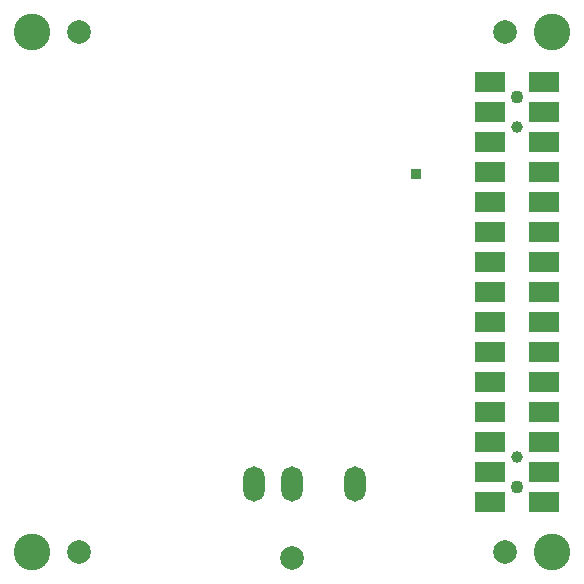
<source format=gbr>
%TF.GenerationSoftware,KiCad,Pcbnew,9.0.5-1.fc42*%
%TF.CreationDate,2025-11-07T12:43:21-08:00*%
%TF.ProjectId,adapter_relay_external,61646170-7465-4725-9f72-656c61795f65,1.0*%
%TF.SameCoordinates,Original*%
%TF.FileFunction,Soldermask,Top*%
%TF.FilePolarity,Negative*%
%FSLAX46Y46*%
G04 Gerber Fmt 4.6, Leading zero omitted, Abs format (unit mm)*
G04 Created by KiCad (PCBNEW 9.0.5-1.fc42) date 2025-11-07 12:43:21*
%MOMM*%
%LPD*%
G01*
G04 APERTURE LIST*
%ADD10R,0.850000X0.850000*%
%ADD11C,2.000000*%
%ADD12C,3.100000*%
%ADD13C,1.100000*%
%ADD14C,1.000000*%
%ADD15R,2.600000X1.700000*%
%ADD16O,1.800000X3.000000*%
G04 APERTURE END LIST*
D10*
%TO.C,J4*%
X135462500Y-115000000D03*
%TD*%
D11*
%TO.C,REF\u002A\u002A*%
X107000000Y-103000000D03*
%TD*%
%TO.C,REF\u002A\u002A*%
X107000000Y-147000000D03*
%TD*%
D12*
%TO.C,REF\u002A\u002A*%
X103000000Y-147000000D03*
%TD*%
D11*
%TO.C,REF\u002A\u002A*%
X143000000Y-103000000D03*
%TD*%
%TO.C,REF\u002A\u002A*%
X143000000Y-147000000D03*
%TD*%
D13*
%TO.C,J1*%
X144050000Y-108490000D03*
D14*
X144050000Y-111030000D03*
X144050000Y-138970000D03*
D13*
X144050000Y-141510000D03*
D15*
X146350000Y-107220000D03*
X146350000Y-109760000D03*
X146350000Y-112300000D03*
X146350000Y-114840000D03*
X146350000Y-117380000D03*
X146350000Y-119920000D03*
X146350000Y-122460000D03*
X146350000Y-125000000D03*
X146350000Y-127540000D03*
X146350000Y-130080000D03*
X146350000Y-132620000D03*
X146350000Y-135160000D03*
X146350000Y-137700000D03*
X146350000Y-140240000D03*
X146350000Y-142780000D03*
X141750000Y-107220000D03*
X141750000Y-109760000D03*
X141750000Y-112300000D03*
X141750000Y-114840000D03*
X141750000Y-117380000D03*
X141750000Y-119920000D03*
X141750000Y-122460000D03*
X141750000Y-125000000D03*
X141750000Y-127540000D03*
X141750000Y-130080000D03*
X141750000Y-132620000D03*
X141750000Y-135160000D03*
X141750000Y-137700000D03*
X141750000Y-140240000D03*
X141750000Y-142780000D03*
%TD*%
D12*
%TO.C,REF\u002A\u002A*%
X147000000Y-147000000D03*
%TD*%
%TO.C,REF\u002A\u002A*%
X103000000Y-103000000D03*
%TD*%
%TO.C,REF\u002A\u002A*%
X147000000Y-103000000D03*
%TD*%
D13*
%TO.C,J2*%
X144050000Y-141510000D03*
D14*
X144050000Y-138970000D03*
X144050000Y-111030000D03*
D13*
X144050000Y-108490000D03*
%TD*%
D11*
%TO.C,J3*%
X125000000Y-147500000D03*
D16*
X130300000Y-141300000D03*
X125000000Y-141300000D03*
X121800000Y-141300000D03*
%TD*%
M02*

</source>
